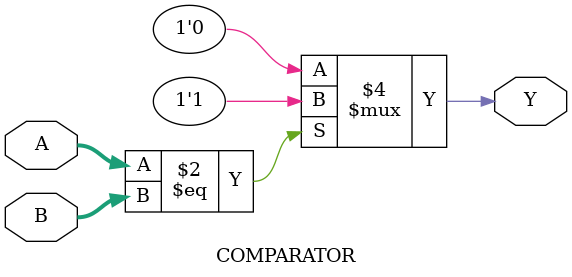
<source format=v>

module COMPARATOR
	(input [3:0] A,B ,
	output Y);
	
	integer N;
	reg Y;
	
	always @(A or B)
	 begin: COMPARE
		Y = 0;
		if (A == B)
			Y = 1;
	 end
endmodule
</source>
